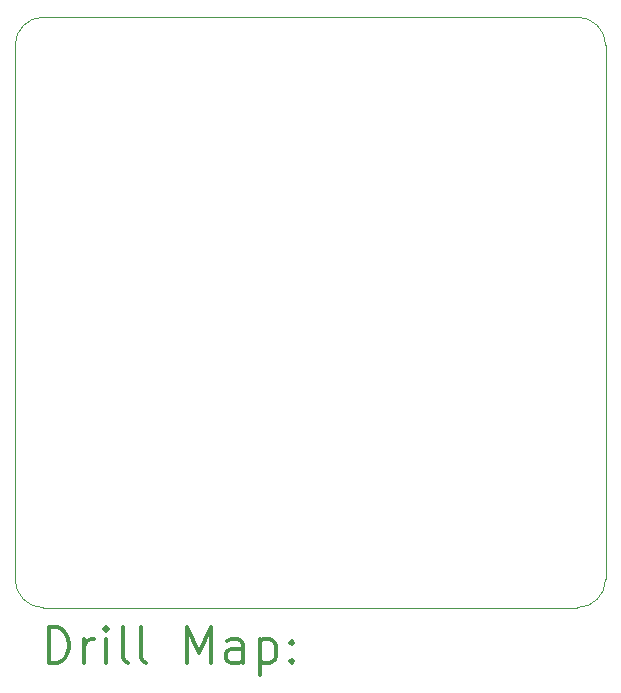
<source format=gbr>
%FSLAX45Y45*%
G04 Gerber Fmt 4.5, Leading zero omitted, Abs format (unit mm)*
G04 Created by KiCad (PCBNEW 5.1.10-88a1d61d58~88~ubuntu20.04.1) date 2021-06-10 18:40:54*
%MOMM*%
%LPD*%
G01*
G04 APERTURE LIST*
%TA.AperFunction,Profile*%
%ADD10C,0.050000*%
%TD*%
%ADD11C,0.200000*%
%ADD12C,0.300000*%
G04 APERTURE END LIST*
D10*
X16500000Y-11410000D02*
G75*
G02*
X16260000Y-11650000I-240000J0D01*
G01*
X11740000Y-11650000D02*
G75*
G02*
X11500000Y-11410000I0J240000D01*
G01*
X16260000Y-6650000D02*
G75*
G02*
X16500000Y-6890000I0J-240000D01*
G01*
X11500000Y-6890000D02*
G75*
G02*
X11740000Y-6650000I240000J0D01*
G01*
X11500000Y-6890000D02*
X11500000Y-7150000D01*
X16260000Y-6650000D02*
X11740000Y-6650000D01*
X16500000Y-11410000D02*
X16500000Y-6890000D01*
X11740000Y-11650000D02*
X16260000Y-11650000D01*
X11500000Y-7150000D02*
X11500000Y-11410000D01*
D11*
D12*
X11783928Y-12118214D02*
X11783928Y-11818214D01*
X11855357Y-11818214D01*
X11898214Y-11832500D01*
X11926786Y-11861071D01*
X11941071Y-11889643D01*
X11955357Y-11946786D01*
X11955357Y-11989643D01*
X11941071Y-12046786D01*
X11926786Y-12075357D01*
X11898214Y-12103929D01*
X11855357Y-12118214D01*
X11783928Y-12118214D01*
X12083928Y-12118214D02*
X12083928Y-11918214D01*
X12083928Y-11975357D02*
X12098214Y-11946786D01*
X12112500Y-11932500D01*
X12141071Y-11918214D01*
X12169643Y-11918214D01*
X12269643Y-12118214D02*
X12269643Y-11918214D01*
X12269643Y-11818214D02*
X12255357Y-11832500D01*
X12269643Y-11846786D01*
X12283928Y-11832500D01*
X12269643Y-11818214D01*
X12269643Y-11846786D01*
X12455357Y-12118214D02*
X12426786Y-12103929D01*
X12412500Y-12075357D01*
X12412500Y-11818214D01*
X12612500Y-12118214D02*
X12583928Y-12103929D01*
X12569643Y-12075357D01*
X12569643Y-11818214D01*
X12955357Y-12118214D02*
X12955357Y-11818214D01*
X13055357Y-12032500D01*
X13155357Y-11818214D01*
X13155357Y-12118214D01*
X13426786Y-12118214D02*
X13426786Y-11961071D01*
X13412500Y-11932500D01*
X13383928Y-11918214D01*
X13326786Y-11918214D01*
X13298214Y-11932500D01*
X13426786Y-12103929D02*
X13398214Y-12118214D01*
X13326786Y-12118214D01*
X13298214Y-12103929D01*
X13283928Y-12075357D01*
X13283928Y-12046786D01*
X13298214Y-12018214D01*
X13326786Y-12003929D01*
X13398214Y-12003929D01*
X13426786Y-11989643D01*
X13569643Y-11918214D02*
X13569643Y-12218214D01*
X13569643Y-11932500D02*
X13598214Y-11918214D01*
X13655357Y-11918214D01*
X13683928Y-11932500D01*
X13698214Y-11946786D01*
X13712500Y-11975357D01*
X13712500Y-12061071D01*
X13698214Y-12089643D01*
X13683928Y-12103929D01*
X13655357Y-12118214D01*
X13598214Y-12118214D01*
X13569643Y-12103929D01*
X13841071Y-12089643D02*
X13855357Y-12103929D01*
X13841071Y-12118214D01*
X13826786Y-12103929D01*
X13841071Y-12089643D01*
X13841071Y-12118214D01*
X13841071Y-11932500D02*
X13855357Y-11946786D01*
X13841071Y-11961071D01*
X13826786Y-11946786D01*
X13841071Y-11932500D01*
X13841071Y-11961071D01*
M02*

</source>
